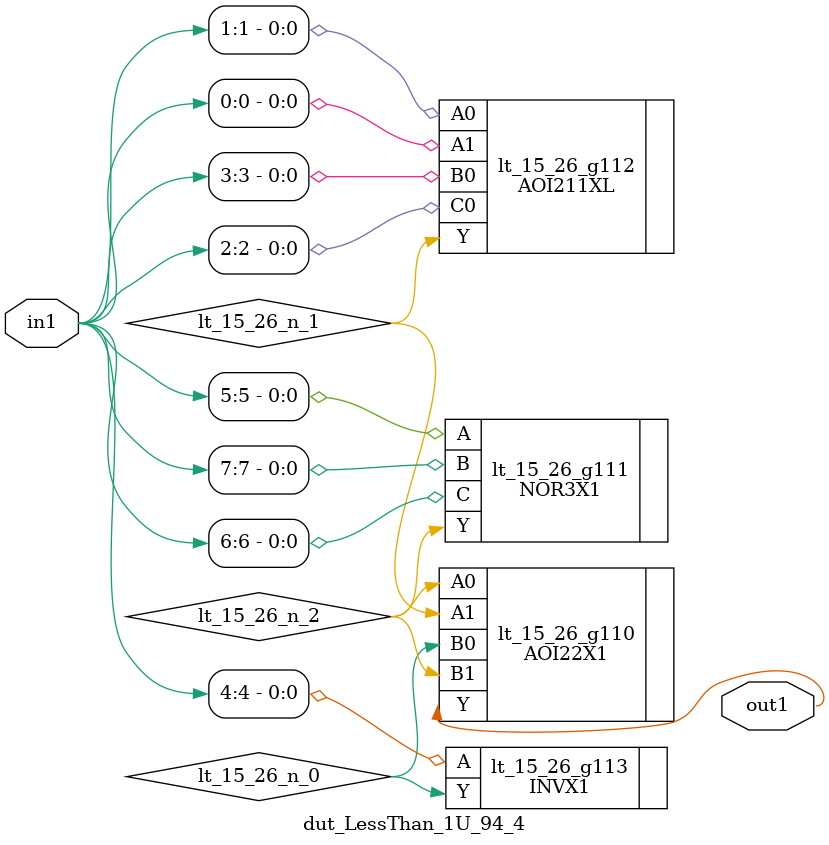
<source format=v>
`timescale 1ps / 1ps


module dut_LessThan_1U_94_4(in1, out1);
  input [7:0] in1;
  output out1;
  wire [7:0] in1;
  wire out1;
  wire lt_15_26_n_0, lt_15_26_n_1, lt_15_26_n_2;
  AOI22X1 lt_15_26_g110(.A0 (lt_15_26_n_2), .A1 (lt_15_26_n_1), .B0
       (lt_15_26_n_0), .B1 (lt_15_26_n_2), .Y (out1));
  NOR3X1 lt_15_26_g111(.A (in1[5]), .B (in1[7]), .C (in1[6]), .Y
       (lt_15_26_n_2));
  AOI211XL lt_15_26_g112(.A0 (in1[1]), .A1 (in1[0]), .B0 (in1[3]), .C0
       (in1[2]), .Y (lt_15_26_n_1));
  INVX1 lt_15_26_g113(.A (in1[4]), .Y (lt_15_26_n_0));
endmodule



</source>
